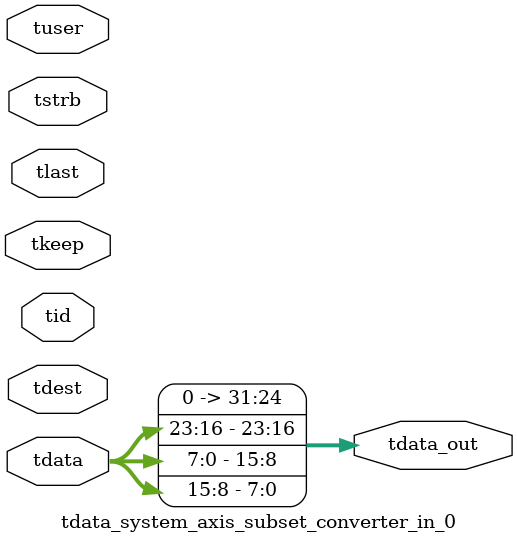
<source format=v>


`timescale 1ps/1ps

module tdata_system_axis_subset_converter_in_0 #
(
parameter C_S_AXIS_TDATA_WIDTH = 32,
parameter C_S_AXIS_TUSER_WIDTH = 0,
parameter C_S_AXIS_TID_WIDTH   = 0,
parameter C_S_AXIS_TDEST_WIDTH = 0,
parameter C_M_AXIS_TDATA_WIDTH = 32
)
(
input  [(C_S_AXIS_TDATA_WIDTH == 0 ? 1 : C_S_AXIS_TDATA_WIDTH)-1:0     ] tdata,
input  [(C_S_AXIS_TUSER_WIDTH == 0 ? 1 : C_S_AXIS_TUSER_WIDTH)-1:0     ] tuser,
input  [(C_S_AXIS_TID_WIDTH   == 0 ? 1 : C_S_AXIS_TID_WIDTH)-1:0       ] tid,
input  [(C_S_AXIS_TDEST_WIDTH == 0 ? 1 : C_S_AXIS_TDEST_WIDTH)-1:0     ] tdest,
input  [(C_S_AXIS_TDATA_WIDTH/8)-1:0 ] tkeep,
input  [(C_S_AXIS_TDATA_WIDTH/8)-1:0 ] tstrb,
input                                                                    tlast,
output [C_M_AXIS_TDATA_WIDTH-1:0] tdata_out
);

assign tdata_out = {tdata[23:16],tdata[7:0],tdata[15:8]};

endmodule


</source>
